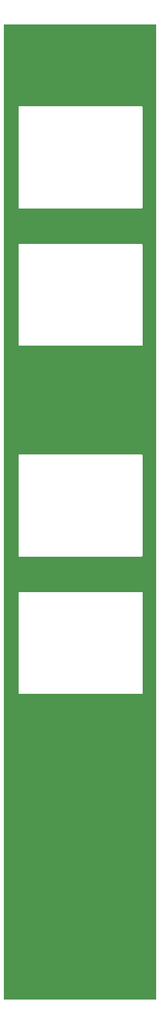
<source format=gbr>
%TF.GenerationSoftware,KiCad,Pcbnew,7.0.5*%
%TF.CreationDate,2023-07-06T16:17:21+01:00*%
%TF.ProjectId,QuangoBreakout_Panel,5175616e-676f-4427-9265-616b6f75745f,rev?*%
%TF.SameCoordinates,Original*%
%TF.FileFunction,Copper,L2,Bot*%
%TF.FilePolarity,Positive*%
%FSLAX46Y46*%
G04 Gerber Fmt 4.6, Leading zero omitted, Abs format (unit mm)*
G04 Created by KiCad (PCBNEW 7.0.5) date 2023-07-06 16:17:21*
%MOMM*%
%LPD*%
G01*
G04 APERTURE LIST*
G04 APERTURE END LIST*
%TA.AperFunction,NonConductor*%
G36*
X69341621Y-41020502D02*
G01*
X69388114Y-41074158D01*
X69399500Y-41126500D01*
X69399500Y-169173500D01*
X69379498Y-169241621D01*
X69325842Y-169288114D01*
X69273500Y-169299500D01*
X49426500Y-169299500D01*
X49358379Y-169279498D01*
X49311886Y-169225842D01*
X49300500Y-169173500D01*
X49300500Y-129037655D01*
X51234500Y-129037655D01*
X51235493Y-129040713D01*
X51247618Y-129064508D01*
X51251404Y-129069719D01*
X51270284Y-129088598D01*
X51275498Y-129092386D01*
X51299277Y-129104503D01*
X51302346Y-129105500D01*
X67497656Y-129105500D01*
X67500725Y-129104502D01*
X67524497Y-129092389D01*
X67527109Y-129090490D01*
X67527112Y-129090490D01*
X67527113Y-129090488D01*
X67529722Y-129088593D01*
X67548593Y-129069722D01*
X67550488Y-129067113D01*
X67550490Y-129067112D01*
X67550490Y-129067109D01*
X67552389Y-129064497D01*
X67564502Y-129040725D01*
X67565500Y-129037655D01*
X67565500Y-115762345D01*
X67564503Y-115759277D01*
X67552386Y-115735498D01*
X67548598Y-115730284D01*
X67529719Y-115711404D01*
X67524508Y-115707618D01*
X67500713Y-115695493D01*
X67497655Y-115694500D01*
X67497654Y-115694500D01*
X67480917Y-115694500D01*
X51367654Y-115694500D01*
X51302346Y-115694500D01*
X51302344Y-115694501D01*
X51299284Y-115695495D01*
X51275492Y-115707617D01*
X51270288Y-115711398D01*
X51251398Y-115730288D01*
X51247617Y-115735492D01*
X51235495Y-115759284D01*
X51234500Y-115762347D01*
X51234500Y-129037655D01*
X49300500Y-129037655D01*
X49300500Y-110937655D01*
X51234500Y-110937655D01*
X51235493Y-110940713D01*
X51247618Y-110964508D01*
X51251404Y-110969719D01*
X51270284Y-110988598D01*
X51275498Y-110992386D01*
X51299277Y-111004503D01*
X51302346Y-111005500D01*
X67497656Y-111005500D01*
X67500725Y-111004502D01*
X67524497Y-110992389D01*
X67527109Y-110990490D01*
X67527112Y-110990490D01*
X67527113Y-110990488D01*
X67529722Y-110988593D01*
X67548593Y-110969722D01*
X67550488Y-110967113D01*
X67550490Y-110967112D01*
X67550490Y-110967109D01*
X67552389Y-110964497D01*
X67564502Y-110940725D01*
X67565500Y-110937655D01*
X67565500Y-97662345D01*
X67564503Y-97659277D01*
X67552386Y-97635498D01*
X67548598Y-97630284D01*
X67529719Y-97611404D01*
X67524508Y-97607618D01*
X67500713Y-97595493D01*
X67497655Y-97594500D01*
X67497654Y-97594500D01*
X67480917Y-97594500D01*
X51367654Y-97594500D01*
X51302346Y-97594500D01*
X51302344Y-97594501D01*
X51299284Y-97595495D01*
X51275492Y-97607617D01*
X51270288Y-97611398D01*
X51251398Y-97630288D01*
X51247617Y-97635492D01*
X51235495Y-97659284D01*
X51234500Y-97662347D01*
X51234500Y-110937655D01*
X49300500Y-110937655D01*
X49300500Y-83237655D01*
X51234500Y-83237655D01*
X51235493Y-83240713D01*
X51247618Y-83264508D01*
X51251404Y-83269719D01*
X51270284Y-83288598D01*
X51275498Y-83292386D01*
X51299277Y-83304503D01*
X51302346Y-83305500D01*
X67497656Y-83305500D01*
X67500725Y-83304502D01*
X67524497Y-83292389D01*
X67527109Y-83290490D01*
X67527112Y-83290490D01*
X67527113Y-83290488D01*
X67529722Y-83288593D01*
X67548593Y-83269722D01*
X67550488Y-83267113D01*
X67550490Y-83267112D01*
X67550490Y-83267109D01*
X67552389Y-83264497D01*
X67564502Y-83240725D01*
X67565500Y-83237655D01*
X67565500Y-69962345D01*
X67564503Y-69959277D01*
X67552386Y-69935498D01*
X67548598Y-69930284D01*
X67529719Y-69911404D01*
X67524508Y-69907618D01*
X67500713Y-69895493D01*
X67497655Y-69894500D01*
X67497654Y-69894500D01*
X67480917Y-69894500D01*
X51367654Y-69894500D01*
X51302346Y-69894500D01*
X51302344Y-69894501D01*
X51299284Y-69895495D01*
X51275492Y-69907617D01*
X51270288Y-69911398D01*
X51251398Y-69930288D01*
X51247617Y-69935492D01*
X51235495Y-69959284D01*
X51234500Y-69962347D01*
X51234500Y-83237655D01*
X49300500Y-83237655D01*
X49300500Y-65137655D01*
X51234500Y-65137655D01*
X51235493Y-65140713D01*
X51247618Y-65164508D01*
X51251404Y-65169719D01*
X51270284Y-65188598D01*
X51275498Y-65192386D01*
X51299277Y-65204503D01*
X51302346Y-65205500D01*
X67497656Y-65205500D01*
X67500725Y-65204502D01*
X67524497Y-65192389D01*
X67527109Y-65190490D01*
X67527112Y-65190490D01*
X67527113Y-65190488D01*
X67529722Y-65188593D01*
X67548593Y-65169722D01*
X67550488Y-65167113D01*
X67550490Y-65167112D01*
X67550490Y-65167109D01*
X67552389Y-65164497D01*
X67564502Y-65140725D01*
X67565500Y-65137655D01*
X67565500Y-51862345D01*
X67564503Y-51859277D01*
X67552386Y-51835498D01*
X67548598Y-51830284D01*
X67529719Y-51811404D01*
X67524508Y-51807618D01*
X67500713Y-51795493D01*
X67497655Y-51794500D01*
X67497654Y-51794500D01*
X67480917Y-51794500D01*
X51367654Y-51794500D01*
X51302346Y-51794500D01*
X51302344Y-51794501D01*
X51299284Y-51795495D01*
X51275492Y-51807617D01*
X51270288Y-51811398D01*
X51251398Y-51830288D01*
X51247617Y-51835492D01*
X51235495Y-51859284D01*
X51234500Y-51862347D01*
X51234500Y-65137655D01*
X49300500Y-65137655D01*
X49300500Y-41126500D01*
X49320502Y-41058379D01*
X49374158Y-41011886D01*
X49426500Y-41000500D01*
X69273500Y-41000500D01*
X69341621Y-41020502D01*
G37*
%TD.AperFunction*%
M02*

</source>
